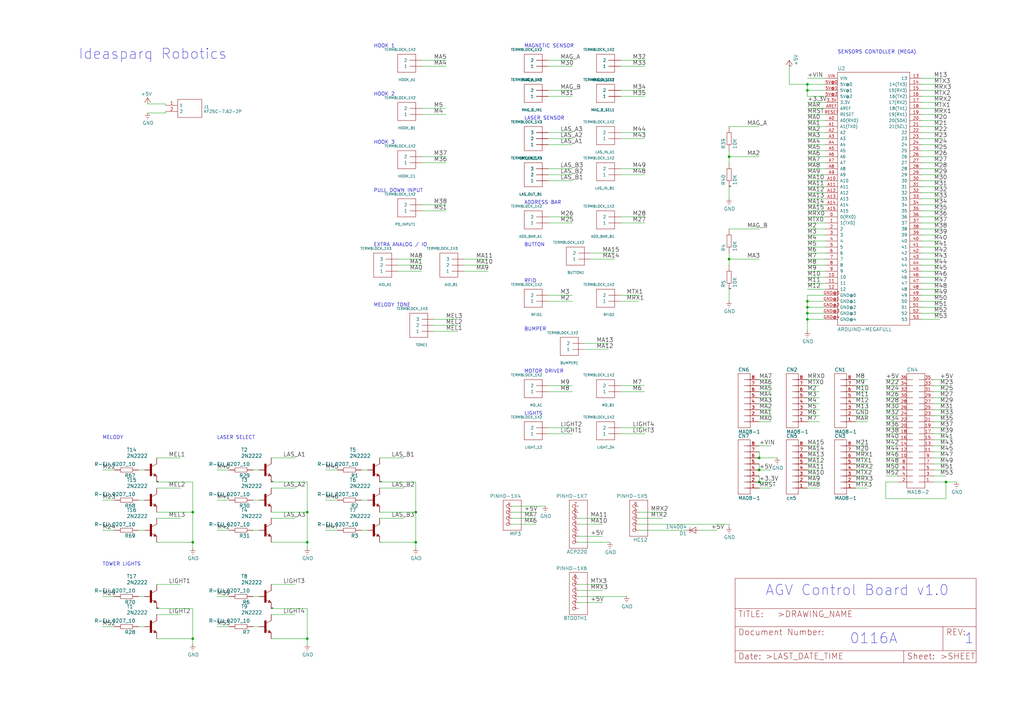
<source format=kicad_sch>
(kicad_sch (version 20250114) (generator "eeschema") (generator_version "9.0")
  (paper "User" 431.673 300.558)
  (text "BUTTON" (at 220.98 104.14 0) (effects (font (size 1.4986 1.4986)) (justify left bottom)))
  (text "BUMPER" (at 220.98 139.7 0) (effects (font (size 1.4986 1.4986)) (justify left bottom)))
  (text "1" (at 406.4 271.78 0) (effects (font (size 4.318 4.318)) (justify left bottom)))
  (text "HOOK 3" (at 157.48 60.96 0) (effects (font (size 1.4986 1.4986)) (justify left bottom)))
  (text "LASER SENSOR" (at 220.98 50.8 0) (effects (font (size 1.4986 1.4986)) (justify left bottom)))
  (text "0116A" (at 358.14 271.78 0) (effects (font (size 4.318 4.318)) (justify left bottom)))
  (text "MELODY" (at 43.18 185.42 0) (effects (font (size 1.4986 1.4986)) (justify left bottom)))
  (text "EXTRA ANALOG / IO" (at 157.48 104.14 0) (effects (font (size 1.4986 1.4986)) (justify left bottom)))
  (text "HOOK 1" (at 157.48 20.32 0) (effects (font (size 1.4986 1.4986)) (justify left bottom)))
  (text "SENSORS CONTOLLER (MEGA)" (at 353.06 22.86 0) (effects (font (size 1.4986 1.4986)) (justify left bottom)))
  (text "LIGHTS" (at 220.98 175.26 0) (effects (font (size 1.4986 1.4986)) (justify left bottom)))
  (text "MELODY TONE" (at 157.48 129.54 0) (effects (font (size 1.4986 1.4986)) (justify left bottom)))
  (text "AGV Control Board v1.0" (at 322.58 251.46 0) (effects (font (size 4.318 4.318)) (justify left bottom)))
  (text "MOTOR DRIVER" (at 220.98 157.48 0) (effects (font (size 1.4986 1.4986)) (justify left bottom)))
  (text "PULL DOWN INPUT" (at 157.48 81.28 0) (effects (font (size 1.4986 1.4986)) (justify left bottom)))
  (text "TOWER LIGHTS" (at 43.18 238.76 0) (effects (font (size 1.4986 1.4986)) (justify left bottom)))
  (text "Ideasparq Robotics" (at 33.02 25.4 0) (effects (font (size 4.318 4.318)) (justify left bottom)))
  (text "MAGNETIC SENSOR" (at 220.98 20.32 0) (effects (font (size 1.4986 1.4986)) (justify left bottom)))
  (text "LASER SELECT" (at 91.44 185.42 0) (effects (font (size 1.4986 1.4986)) (justify left bottom)))
  (text "HOOK 2" (at 157.48 40.64 0) (effects (font (size 1.4986 1.4986)) (justify left bottom)))
  (text "RFID" (at 220.98 119.38 0) (effects (font (size 1.4986 1.4986)) (justify left bottom)))
  (text "ADDRESS BAR" (at 220.98 86.36 0) (effects (font (size 1.4986 1.4986)) (justify left bottom)))
  (junction (at 320.04 203.2))
  (junction (at 340.36 35.56))
  (junction (at 129.54 228.6))
  (junction (at 175.26 215.9))
  (junction (at 307.34 66.04))
  (junction (at 81.28 269.24))
  (junction (at 340.36 129.54))
  (junction (at 81.28 228.6))
  (junction (at 307.34 109.22))
  (junction (at 340.36 134.62))
  (junction (at 129.54 269.24))
  (junction (at 175.26 228.6))
  (junction (at 129.54 215.9))
  (junction (at 320.04 193.04))
  (junction (at 398.78 203.2))
  (junction (at 320.04 198.12))
  (junction (at 81.28 215.9))
  (junction (at 340.36 38.1))
  (junction (at 340.36 127))
  (junction (at 340.36 132.08))
  (wire (pts (xy 373.38 175.26) (xy 378.46 175.26)))
  (wire (pts (xy 177.8 66.04) (xy 187.96 66.04)))
  (wire (pts (xy 261.62 25.4) (xy 271.78 25.4)))
  (wire (pts (xy 66.04 269.24) (xy 81.28 269.24)))
  (wire (pts (xy 388.62 109.22) (xy 396.24 109.22)))
  (wire (pts (xy 388.62 66.04) (xy 396.24 66.04)))
  (wire (pts (xy 114.3 246.38) (xy 124.46 246.38)))
  (wire (pts (xy 340.36 76.2) (xy 347.98 76.2)))
  (wire (pts (xy 393.7 190.5) (xy 398.78 190.5)))
  (wire (pts (xy 320.04 170.18) (xy 325.12 170.18)))
  (wire (pts (xy 320.04 109.22) (xy 307.34 109.22)))
  (wire (pts (xy 261.62 93.98) (xy 271.78 93.98)))
  (wire (pts (xy 388.62 127) (xy 396.24 127)))
  (wire (pts (xy 373.38 182.88) (xy 378.46 182.88)))
  (wire (pts (xy 388.62 93.98) (xy 396.24 93.98)))
  (wire (pts (xy 81.28 215.9) (xy 81.28 228.6)))
  (wire (pts (xy 66.04 256.54) (xy 81.28 256.54)))
  (wire (pts (xy 261.62 127) (xy 269.24 127)))
  (wire (pts (xy 269.24 218.44) (xy 279.4 218.44)))
  (wire (pts (xy 373.38 167.64) (xy 378.46 167.64)))
  (wire (pts (xy 340.36 35.56) (xy 347.98 35.56)))
  (wire (pts (xy 340.36 193.04) (xy 345.44 193.04)))
  (wire (pts (xy 340.36 205.74) (xy 345.44 205.74)))
  (wire (pts (xy 320.04 203.2) (xy 325.12 203.2)))
  (wire (pts (xy 160.02 205.74) (xy 170.18 205.74)))
  (wire (pts (xy 340.36 93.98) (xy 347.98 93.98)))
  (wire (pts (xy 393.7 182.88) (xy 398.78 182.88)))
  (wire (pts (xy 91.44 223.52) (xy 96.52 223.52)))
  (wire (pts (xy 307.34 78.74) (xy 307.34 83.82)))
  (wire (pts (xy 388.62 86.36) (xy 396.24 86.36)))
  (wire (pts (xy 340.36 78.74) (xy 347.98 78.74)))
  (wire (pts (xy 261.62 55.88) (xy 271.78 55.88)))
  (wire (pts (xy 373.38 187.96) (xy 378.46 187.96)))
  (wire (pts (xy 307.34 109.22) (xy 307.34 111.76)))
  (wire (pts (xy 340.36 190.5) (xy 345.44 190.5)))
  (wire (pts (xy 175.26 215.9) (xy 175.26 228.6)))
  (wire (pts (xy 393.7 165.1) (xy 398.78 165.1)))
  (wire (pts (xy 393.7 187.96) (xy 398.78 187.96)))
  (wire (pts (xy 231.14 165.1) (xy 241.3 165.1)))
  (wire (pts (xy 231.14 55.88) (xy 241.3 55.88)))
  (wire (pts (xy 43.18 251.46) (xy 48.26 251.46)))
  (wire (pts (xy 340.36 132.08) (xy 340.36 129.54)))
  (wire (pts (xy 307.34 63.5) (xy 307.34 66.04)))
  (wire (pts (xy 360.68 162.56) (xy 365.76 162.56)))
  (wire (pts (xy 388.62 33.02) (xy 396.24 33.02)))
  (wire (pts (xy 114.3 256.54) (xy 129.54 256.54)))
  (wire (pts (xy 388.62 101.6) (xy 396.24 101.6)))
  (wire (pts (xy 388.62 83.82) (xy 396.24 83.82)))
  (wire (pts (xy 340.36 111.76) (xy 347.98 111.76)))
  (wire (pts (xy 58.42 251.46) (xy 60.96 251.46)))
  (wire (pts (xy 360.68 193.04) (xy 365.76 193.04)))
  (wire (pts (xy 340.36 114.3) (xy 347.98 114.3)))
  (wire (pts (xy 177.8 48.26) (xy 187.96 48.26)))
  (wire (pts (xy 340.36 160.02) (xy 345.44 160.02)))
  (wire (pts (xy 231.14 93.98) (xy 241.3 93.98)))
  (wire (pts (xy 340.36 116.84) (xy 347.98 116.84)))
  (wire (pts (xy 360.68 190.5) (xy 365.76 190.5)))
  (wire (pts (xy 167.64 111.76) (xy 177.8 111.76)))
  (wire (pts (xy 340.36 162.56) (xy 345.44 162.56)))
  (wire (pts (xy 307.34 53.34) (xy 320.04 53.34)))
  (wire (pts (xy 231.14 25.4) (xy 241.3 25.4)))
  (wire (pts (xy 69.85 43.815) (xy 69.85 44.45)))
  (wire (pts (xy 360.68 187.96) (xy 365.76 187.96)))
  (wire (pts (xy 129.54 256.54) (xy 129.54 269.24)))
  (wire (pts (xy 373.38 162.56) (xy 378.46 162.56)))
  (wire (pts (xy 66.04 193.04) (xy 76.2 193.04)))
  (wire (pts (xy 294.64 223.52) (xy 302.26 223.52)))
  (wire (pts (xy 261.62 180.34) (xy 271.78 180.34)))
  (wire (pts (xy 43.18 264.16) (xy 48.26 264.16)))
  (wire (pts (xy 231.14 27.94) (xy 241.3 27.94)))
  (wire (pts (xy 81.28 228.6) (xy 81.28 231.14)))
  (wire (pts (xy 373.38 193.04) (xy 378.46 193.04)))
  (wire (pts (xy 320.04 167.64) (xy 325.12 167.64)))
  (wire (pts (xy 114.3 215.9) (xy 129.54 215.9)))
  (wire (pts (xy 373.38 165.1) (xy 378.46 165.1)))
  (wire (pts (xy 360.68 167.64) (xy 365.76 167.64)))
  (wire (pts (xy 340.36 73.66) (xy 347.98 73.66)))
  (wire (pts (xy 106.68 223.52) (xy 109.22 223.52)))
  (wire (pts (xy 340.36 99.06) (xy 347.98 99.06)))
  (wire (pts (xy 246.38 144.78) (xy 256.54 144.78)))
  (wire (pts (xy 175.26 228.6) (xy 175.26 231.14)))
  (wire (pts (xy 340.36 55.88) (xy 347.98 55.88)))
  (wire (pts (xy 388.62 129.54) (xy 396.24 129.54)))
  (wire (pts (xy 340.36 187.96) (xy 345.44 187.96)))
  (wire (pts (xy 388.62 55.88) (xy 396.24 55.88)))
  (wire (pts (xy 340.36 195.58) (xy 345.44 195.58)))
  (wire (pts (xy 388.62 43.18) (xy 396.24 43.18)))
  (wire (pts (xy 231.14 38.1) (xy 241.3 38.1)))
  (wire (pts (xy 66.04 205.74) (xy 76.2 205.74)))
  (wire (pts (xy 177.8 25.4) (xy 187.96 25.4)))
  (wire (pts (xy 340.36 38.1) (xy 347.98 38.1)))
  (wire (pts (xy 320.04 193.04) (xy 327.66 193.04)))
  (wire (pts (xy 360.68 170.18) (xy 365.76 170.18)))
  (wire (pts (xy 393.7 185.42) (xy 398.78 185.42)))
  (wire (pts (xy 388.62 91.44) (xy 396.24 91.44)))
  (wire (pts (xy 106.68 210.82) (xy 109.22 210.82)))
  (wire (pts (xy 114.3 203.2) (xy 129.54 203.2)))
  (wire (pts (xy 215.9 220.98) (xy 226.06 220.98)))
  (wire (pts (xy 340.36 40.64) (xy 340.36 38.1)))
  (wire (pts (xy 388.62 106.68) (xy 396.24 106.68)))
  (wire (pts (xy 129.54 215.9) (xy 129.54 228.6)))
  (wire (pts (xy 360.68 198.12) (xy 365.76 198.12)))
  (wire (pts (xy 320.04 175.26) (xy 325.12 175.26)))
  (wire (pts (xy 231.14 180.34) (xy 241.3 180.34)))
  (wire (pts (xy 388.62 63.5) (xy 396.24 63.5)))
  (wire (pts (xy 106.68 264.16) (xy 109.22 264.16)))
  (wire (pts (xy 66.04 203.2) (xy 81.28 203.2)))
  (wire (pts (xy 152.4 198.12) (xy 154.94 198.12)))
  (wire (pts (xy 243.84 226.06) (xy 254 226.06)))
  (wire (pts (xy 66.04 218.44) (xy 76.2 218.44)))
  (wire (pts (xy 360.68 175.26) (xy 365.76 175.26)))
  (wire (pts (xy 388.62 50.8) (xy 396.24 50.8)))
  (wire (pts (xy 373.38 185.42) (xy 378.46 185.42)))
  (wire (pts (xy 360.68 200.66) (xy 365.76 200.66)))
  (wire (pts (xy 393.7 162.56) (xy 398.78 162.56)))
  (wire (pts (xy 393.7 193.04) (xy 398.78 193.04)))
  (wire (pts (xy 167.64 114.3) (xy 177.8 114.3)))
  (wire (pts (xy 320.04 177.8) (xy 325.12 177.8)))
  (wire (pts (xy 66.04 246.38) (xy 76.2 246.38)))
  (wire (pts (xy 231.14 58.42) (xy 241.3 58.42)))
  (wire (pts (xy 340.36 132.08) (xy 347.98 132.08)))
  (wire (pts (xy 177.8 68.58) (xy 187.96 68.58)))
  (wire (pts (xy 340.36 127) (xy 347.98 127)))
  (wire (pts (xy 393.7 200.66) (xy 398.78 200.66)))
  (wire (pts (xy 393.7 203.2) (xy 398.78 203.2)))
  (wire (pts (xy 320.04 195.58) (xy 320.04 198.12)))
  (wire (pts (xy 360.68 172.72) (xy 365.76 172.72)))
  (wire (pts (xy 393.7 167.64) (xy 398.78 167.64)))
  (wire (pts (xy 106.68 198.12) (xy 109.22 198.12)))
  (wire (pts (xy 373.38 172.72) (xy 378.46 172.72)))
  (wire (pts (xy 246.38 147.32) (xy 256.54 147.32)))
  (wire (pts (xy 182.88 134.62) (xy 193.04 134.62)))
  (wire (pts (xy 307.34 106.68) (xy 307.34 109.22)))
  (wire (pts (xy 373.38 160.02) (xy 378.46 160.02)))
  (wire (pts (xy 340.36 172.72) (xy 345.44 172.72)))
  (wire (pts (xy 320.04 66.04) (xy 307.34 66.04)))
  (wire (pts (xy 340.36 91.44) (xy 347.98 91.44)))
  (wire (pts (xy 320.04 187.96) (xy 325.12 187.96)))
  (wire (pts (xy 160.02 228.6) (xy 175.26 228.6)))
  (wire (pts (xy 393.7 177.8) (xy 398.78 177.8)))
  (wire (pts (xy 231.14 73.66) (xy 241.3 73.66)))
  (wire (pts (xy 340.36 88.9) (xy 347.98 88.9)))
  (wire (pts (xy 231.14 124.46) (xy 241.3 124.46)))
  (wire (pts (xy 320.04 205.74) (xy 325.12 205.74)))
  (wire (pts (xy 373.38 203.2) (xy 373.38 210.185)))
  (wire (pts (xy 340.36 60.96) (xy 347.98 60.96)))
  (wire (pts (xy 388.62 48.26) (xy 396.24 48.26)))
  (wire (pts (xy 177.8 88.9) (xy 187.96 88.9)))
  (wire (pts (xy 66.04 228.6) (xy 81.28 228.6)))
  (wire (pts (xy 231.14 60.96) (xy 241.3 60.96)))
  (wire (pts (xy 261.62 58.42) (xy 271.78 58.42)))
  (wire (pts (xy 388.62 73.66) (xy 396.24 73.66)))
  (wire (pts (xy 388.62 45.72) (xy 396.24 45.72)))
  (wire (pts (xy 243.84 248.92) (xy 254 248.92)))
  (wire (pts (xy 261.62 40.64) (xy 271.78 40.64)))
  (wire (pts (xy 307.34 66.04) (xy 307.34 68.58)))
  (wire (pts (xy 269.24 220.98) (xy 307.34 220.98)))
  (wire (pts (xy 137.16 223.52) (xy 142.24 223.52)))
  (wire (pts (xy 58.42 210.82) (xy 60.96 210.82)))
  (wire (pts (xy 340.36 165.1) (xy 345.44 165.1)))
  (wire (pts (xy 261.62 73.66) (xy 271.78 73.66)))
  (wire (pts (xy 215.9 215.9) (xy 226.06 215.9)))
  (wire (pts (xy 91.44 251.46) (xy 96.52 251.46)))
  (wire (pts (xy 340.36 86.36) (xy 347.98 86.36)))
  (wire (pts (xy 231.14 127) (xy 241.3 127)))
  (wire (pts (xy 114.3 269.24) (xy 129.54 269.24)))
  (wire (pts (xy 91.44 264.16) (xy 96.52 264.16)))
  (wire (pts (xy 261.62 27.94) (xy 271.78 27.94)))
  (wire (pts (xy 261.62 124.46) (xy 269.24 124.46)))
  (wire (pts (xy 340.36 58.42) (xy 347.98 58.42)))
  (wire (pts (xy 393.7 160.02) (xy 398.78 160.02)))
  (wire (pts (xy 215.9 218.44) (xy 226.06 218.44)))
  (wire (pts (xy 393.7 172.72) (xy 398.78 172.72)))
  (wire (pts (xy 137.16 210.82) (xy 142.24 210.82)))
  (wire (pts (xy 195.58 109.22) (xy 205.74 109.22)))
  (wire (pts (xy 373.38 210.185) (xy 398.78 210.185)))
  (wire (pts (xy 320.04 198.12) (xy 325.12 198.12)))
  (wire (pts (xy 340.36 33.02) (xy 347.98 33.02)))
  (wire (pts (xy 62.23 47.625) (xy 69.85 47.625)))
  (wire (pts (xy 388.62 58.42) (xy 396.24 58.42)))
  (wire (pts (xy 320.04 172.72) (xy 325.12 172.72)))
  (wire (pts (xy 388.62 35.56) (xy 396.24 35.56)))
  (wire (pts (xy 182.88 139.7) (xy 193.04 139.7)))
  (wire (pts (xy 332.74 35.56) (xy 340.36 35.56)))
  (wire (pts (xy 43.18 198.12) (xy 48.26 198.12)))
  (wire (pts (xy 195.58 114.3) (xy 205.74 114.3)))
  (wire (pts (xy 106.68 251.46) (xy 109.22 251.46)))
  (wire (pts (xy 182.88 137.16) (xy 193.04 137.16)))
  (wire (pts (xy 340.36 139.7) (xy 340.36 134.62)))
  (wire (pts (xy 261.62 162.56) (xy 271.78 162.56)))
  (wire (pts (xy 231.14 76.2) (xy 241.3 76.2)))
  (wire (pts (xy 320.04 200.66) (xy 320.04 203.2)))
  (wire (pts (xy 360.68 160.02) (xy 365.76 160.02)))
  (wire (pts (xy 340.36 50.8) (xy 347.98 50.8)))
  (wire (pts (xy 393.7 175.26) (xy 398.78 175.26)))
  (wire (pts (xy 340.36 167.64) (xy 345.44 167.64)))
  (wire (pts (xy 388.62 132.08) (xy 396.24 132.08)))
  (wire (pts (xy 231.14 40.64) (xy 241.3 40.64)))
  (wire (pts (xy 340.36 129.54) (xy 347.98 129.54)))
  (wire (pts (xy 66.04 259.08) (xy 76.2 259.08)))
  (wire (pts (xy 340.36 40.64) (xy 347.98 40.64)))
  (wire (pts (xy 66.04 215.9) (xy 81.28 215.9)))
  (wire (pts (xy 243.84 254) (xy 254 254)))
  (wire (pts (xy 160.02 193.04) (xy 170.18 193.04)))
  (wire (pts (xy 69.85 47.625) (xy 69.85 46.99)))
  (wire (pts (xy 320.04 162.56) (xy 325.12 162.56)))
  (wire (pts (xy 393.7 170.18) (xy 398.78 170.18)))
  (wire (pts (xy 340.36 63.5) (xy 347.98 63.5)))
  (wire (pts (xy 160.02 203.2) (xy 175.26 203.2)))
  (wire (pts (xy 340.36 127) (xy 340.36 124.46)))
  (wire (pts (xy 360.68 195.58) (xy 365.76 195.58)))
  (wire (pts (xy 320.04 190.5) (xy 320.04 193.04)))
  (wire (pts (xy 388.62 99.06) (xy 396.24 99.06)))
  (wire (pts (xy 340.36 38.1) (xy 340.36 35.56)))
  (wire (pts (xy 248.92 109.22) (xy 259.08 109.22)))
  (wire (pts (xy 340.36 177.8) (xy 345.44 177.8)))
  (wire (pts (xy 114.3 218.44) (xy 124.46 218.44)))
  (wire (pts (xy 177.8 86.36) (xy 187.96 86.36)))
  (wire (pts (xy 388.62 40.64) (xy 396.24 40.64)))
  (wire (pts (xy 167.64 109.22) (xy 177.8 109.22)))
  (wire (pts (xy 360.68 203.2) (xy 365.76 203.2)))
  (wire (pts (xy 340.36 66.04) (xy 347.98 66.04)))
  (wire (pts (xy 340.36 71.12) (xy 347.98 71.12)))
  (wire (pts (xy 243.84 246.38) (xy 254 246.38)))
  (wire (pts (xy 388.62 60.96) (xy 396.24 60.96)))
  (wire (pts (xy 320.04 160.02) (xy 325.12 160.02)))
  (wire (pts (xy 340.36 104.14) (xy 347.98 104.14)))
  (wire (pts (xy 114.3 259.08) (xy 124.46 259.08)))
  (wire (pts (xy 360.68 205.74) (xy 365.76 205.74)))
  (wire (pts (xy 360.68 165.1) (xy 365.76 165.1)))
  (wire (pts (xy 215.9 213.36) (xy 229.87 213.36)))
  (wire (pts (xy 388.62 53.34) (xy 396.24 53.34)))
  (wire (pts (xy 340.36 83.82) (xy 347.98 83.82)))
  (wire (pts (xy 177.8 27.94) (xy 187.96 27.94)))
  (wire (pts (xy 248.92 106.68) (xy 259.08 106.68)))
  (wire (pts (xy 129.54 269.24) (xy 129.54 271.78)))
  (wire (pts (xy 340.36 81.28) (xy 347.98 81.28)))
  (wire (pts (xy 307.34 96.52) (xy 320.04 96.52)))
  (wire (pts (xy 340.36 96.52) (xy 347.98 96.52)))
  (wire (pts (xy 243.84 220.98) (xy 254 220.98)))
  (wire (pts (xy 137.16 198.12) (xy 142.24 198.12)))
  (wire (pts (xy 43.18 223.52) (xy 48.26 223.52)))
  (wire (pts (xy 340.36 119.38) (xy 347.98 119.38)))
  (wire (pts (xy 340.36 200.66) (xy 345.44 200.66)))
  (wire (pts (xy 320.04 165.1) (xy 325.12 165.1)))
  (wire (pts (xy 340.36 134.62) (xy 347.98 134.62)))
  (wire (pts (xy 269.24 215.9) (xy 279.4 215.9)))
  (wire (pts (xy 243.84 218.44) (xy 254 218.44)))
  (wire (pts (xy 43.18 210.82) (xy 48.26 210.82)))
  (wire (pts (xy 340.36 121.92) (xy 347.98 121.92)))
  (wire (pts (xy 261.62 165.1) (xy 271.78 165.1)))
  (wire (pts (xy 388.62 81.28) (xy 396.24 81.28)))
  (wire (pts (xy 388.62 76.2) (xy 396.24 76.2)))
  (wire (pts (xy 129.54 228.6) (xy 129.54 231.14)))
  (wire (pts (xy 195.58 111.76) (xy 205.74 111.76)))
  (wire (pts (xy 373.38 203.2) (xy 378.46 203.2)))
  (wire (pts (xy 81.28 269.24) (xy 81.28 271.78)))
  (wire (pts (xy 340.36 124.46) (xy 347.98 124.46)))
  (wire (pts (xy 393.7 180.34) (xy 398.78 180.34)))
  (wire (pts (xy 81.28 203.2) (xy 81.28 215.9)))
  (wire (pts (xy 91.44 198.12) (xy 96.52 198.12)))
  (wire (pts (xy 340.36 109.22) (xy 347.98 109.22)))
  (wire (pts (xy 388.62 78.74) (xy 396.24 78.74)))
  (wire (pts (xy 231.14 91.44) (xy 241.3 91.44)))
  (wire (pts (xy 81.28 256.54) (xy 81.28 269.24)))
  (wire (pts (xy 114.3 205.74) (xy 124.46 205.74)))
  (wire (pts (xy 152.4 223.52) (xy 154.94 223.52)))
  (wire (pts (xy 373.38 200.66) (xy 378.46 200.66)))
  (wire (pts (xy 388.62 111.76) (xy 396.24 111.76)))
  (wire (pts (xy 231.14 71.12) (xy 241.3 71.12)))
  (wire (pts (xy 114.3 228.6) (xy 129.54 228.6)))
  (wire (pts (xy 114.3 193.04) (xy 124.46 193.04)))
  (wire (pts (xy 340.36 48.26) (xy 347.98 48.26)))
  (wire (pts (xy 388.62 104.14) (xy 396.24 104.14)))
  (wire (pts (xy 261.62 91.44) (xy 271.78 91.44)))
  (wire (pts (xy 340.36 106.68) (xy 347.98 106.68)))
  (wire (pts (xy 360.68 177.8) (xy 365.76 177.8)))
  (wire (pts (xy 269.24 223.52) (xy 289.56 223.52)))
  (wire (pts (xy 388.62 114.3) (xy 396.24 114.3)))
  (wire (pts (xy 373.38 177.8) (xy 378.46 177.8)))
  (wire (pts (xy 152.4 210.82) (xy 154.94 210.82)))
  (wire (pts (xy 58.42 223.52) (xy 60.96 223.52)))
  (wire (pts (xy 307.34 220.98) (xy 307.34 222.25)))
  (wire (pts (xy 160.02 215.9) (xy 175.26 215.9)))
  (wire (pts (xy 231.14 182.88) (xy 241.3 182.88)))
  (wire (pts (xy 340.36 198.12) (xy 345.44 198.12)))
  (wire (pts (xy 340.36 43.18) (xy 347.98 43.18)))
  (wire (pts (xy 340.36 101.6) (xy 347.98 101.6)))
  (wire (pts (xy 231.14 162.56) (xy 241.3 162.56)))
  (wire (pts (xy 58.42 264.16) (xy 60.96 264.16)))
  (wire (pts (xy 388.62 71.12) (xy 396.24 71.12)))
  (wire (pts (xy 243.84 228.6) (xy 257.175 228.6)))
  (wire (pts (xy 393.7 195.58) (xy 398.78 195.58)))
  (wire (pts (xy 340.36 45.72) (xy 347.98 45.72)))
  (wire (pts (xy 388.62 38.1) (xy 396.24 38.1)))
  (wire (pts (xy 175.26 203.2) (xy 175.26 215.9)))
  (wire (pts (xy 373.38 198.12) (xy 378.46 198.12)))
  (wire (pts (xy 261.62 71.12) (xy 271.78 71.12)))
  (wire (pts (xy 340.36 175.26) (xy 345.44 175.26)))
  (wire (pts (xy 261.62 182.88) (xy 271.78 182.88)))
  (wire (pts (xy 160.02 218.44) (xy 170.18 218.44)))
  (wire (pts (xy 393.7 198.12) (xy 398.78 198.12)))
  (wire (pts (xy 340.36 203.2) (xy 345.44 203.2)))
  (wire (pts (xy 340.36 170.18) (xy 345.44 170.18)))
  (wire (pts (xy 398.78 210.185) (xy 398.78 203.2)))
  (wire (pts (xy 373.38 180.34) (xy 378.46 180.34)))
  (wire (pts (xy 373.38 170.18) (xy 378.46 170.18)))
  (wire (pts (xy 129.54 203.2) (xy 129.54 215.9)))
  (wire (pts (xy 388.62 119.38) (xy 396.24 119.38)))
  (wire (pts (xy 388.62 121.92) (xy 396.24 121.92)))
  (wire (pts (xy 388.62 134.62) (xy 396.24 134.62)))
  (wire (pts (xy 332.74 27.94) (xy 332.74 35.56)))
  (wire (pts (xy 243.84 251.46) (xy 264.16 251.46)))
  (wire (pts (xy 177.8 45.72) (xy 187.96 45.72)))
  (wire (pts (xy 398.78 203.2) (xy 403.225 203.2)))
  (wire (pts (xy 62.23 43.815) (xy 69.85 43.815)))
  (wire (pts (xy 388.62 116.84) (xy 396.24 116.84)))
  (wire (pts (xy 58.42 198.12) (xy 60.96 198.12)))
  (wire (pts (xy 388.62 68.58) (xy 396.24 68.58)))
  (wire (pts (xy 373.38 190.5) (xy 378.46 190.5)))
  (wire (pts (xy 340.36 129.54) (xy 340.36 127)))
  (wire (pts (xy 388.62 88.9) (xy 396.24 88.9)))
  (wire (pts (xy 340.36 53.34) (xy 347.98 53.34)))
  (wire (pts (xy 261.62 38.1) (xy 271.78 38.1)))
  (wire (pts (xy 340.36 68.58) (xy 347.98 68.58)))
  (wire (pts (xy 340.36 134.62) (xy 340.36 132.08)))
  (wire (pts (xy 373.38 195.58) (xy 378.46 195.58)))
  (wire (pts (xy 388.62 96.52) (xy 396.24 96.52)))
  (wire (pts (xy 388.62 124.46) (xy 396.24 124.46)))
  (wire (pts (xy 91.44 210.82) (xy 96.52 210.82)))
  (wire (pts (xy 307.34 121.92) (xy 307.34 127)))
  (label "MTX2" (at 274.32 218.44 0) (effects (font (size 1.778 1.778))))
  (label "LIGHT3" (at 119.38 246.38 0) (effects (font (size 1.778 1.778))))
  (label "MTX0" (at 340.36 162.56 0) (effects (font (size 1.778 1.778))))
  (label "M40" (at 373.38 185.42 0) (effects (font (size 1.778 1.778))))
  (label "MA11" (at 340.36 78.74 0) (effects (font (size 1.778 1.778))))
  (label "MA3" (at 340.36 58.42 0) (effects (font (size 1.778 1.778))))
  (label "M26" (at 373.38 167.64 0) (effects (font (size 1.778 1.778))))
  (label "GND" (at 307.34 78.74 0) (effects (font (size 0.254 0.254))))
  (label "MA13" (at 251.46 144.78 0) (effects (font (size 1.778 1.778))))
  (label "M38" (at 373.38 182.88 0) (effects (font (size 1.778 1.778))))
  (label "MTX3" (at 360.68 205.74 0) (effects (font (size 1.778 1.778))))
  (label "M39" (at 393.7 99.06 0) (effects (font (size 1.778 1.778))))
  (label "GND" (at 307.34 121.92 0) (effects (font (size 0.254 0.254))))
  (label "MA6" (at 320.04 162.56 0) (effects (font (size 1.778 1.778))))
  (label "M45" (at 137.16 198.12 0) (effects (font (size 1.778 1.778))))
  (label "M35" (at 393.7 88.9 0) (effects (font (size 1.778 1.778))))
  (label "MA12" (at 340.36 81.28 0) (effects (font (size 1.778 1.778))))
  (label "M49" (at 266.7 71.12 0) (effects (font (size 1.778 1.778))))
  (label "MA7" (at 320.04 160.02 0) (effects (font (size 1.778 1.778))))
  (label "M44" (at 266.7 55.88 0) (effects (font (size 1.778 1.778))))
  (label "MA5" (at 340.36 63.5 0) (effects (font (size 1.778 1.778))))
  (label "M28" (at 373.38 170.18 0) (effects (font (size 1.778 1.778))))
  (label "M34" (at 266.7 38.1 0) (effects (font (size 1.778 1.778))))
  (label "LAS_B3" (at 236.22 71.12 0) (effects (font (size 1.778 1.778))))
  (label "M26" (at 236.22 91.44 0) (effects (font (size 1.778 1.778))))
  (label "M13" (at 393.7 33.02 0) (effects (font (size 1.778 1.778))))
  (label "M5" (at 340.36 172.72 0) (effects (font (size 1.778 1.778))))
  (label "MA5" (at 320.04 165.1 0) (effects (font (size 1.778 1.778))))
  (label "M23" (at 393.7 58.42 0) (effects (font (size 1.778 1.778))))
  (label "M25" (at 393.7 63.5 0) (effects (font (size 1.778 1.778))))
  (label "M11" (at 360.68 167.64 0) (effects (font (size 1.778 1.778))))
  (label "M8" (at 360.68 160.02 0) (effects (font (size 1.778 1.778))))
  (label "M33" (at 393.7 83.82 0) (effects (font (size 1.778 1.778))))
  (label "MAG_A" (at 236.22 25.4 0) (effects (font (size 1.778 1.778))))
  (label "M7" (at 266.7 162.56 0) (effects (font (size 1.778 1.778))))
  (label "MTX3" (at 248.92 246.38 0) (effects (font (size 1.778 1.778))))
  (label "M27" (at 396.24 167.64 0) (effects (font (size 1.778 1.778))))
  (label "MRX0" (at 340.36 160.02 0) (effects (font (size 1.778 1.778))))
  (label "M37" (at 393.7 93.98 0) (effects (font (size 1.778 1.778))))
  (label "MEL1" (at 71.12 193.04 0) (effects (font (size 1.778 1.778))))
  (label "M52" (at 393.7 132.08 0) (effects (font (size 1.778 1.778))))
  (label "M49" (at 393.7 124.46 0) (effects (font (size 1.778 1.778))))
  (label "MEL3" (at 187.96 134.62 0) (effects (font (size 1.778 1.778))))
  (label "MA7" (at 340.36 68.58 0) (effects (font (size 1.778 1.778))))
  (label "M40" (at 393.7 101.6 0) (effects (font (size 1.778 1.778))))
  (label "MA8" (at 172.72 109.22 0) (effects (font (size 1.778 1.778))))
  (label "M2" (at 340.36 96.52 0) (effects (font (size 1.778 1.778))))
  (label "LAS_A3" (at 119.38 218.44 0) (effects (font (size 1.778 1.778))))
  (label "M22" (at 43.18 198.12 0) (effects (font (size 1.778 1.778))))
  (label "LAS_A1" (at 236.22 60.96 0) (effects (font (size 1.778 1.778))))
  (label "LIGHT4" (at 119.38 259.08 0) (effects (font (size 1.778 1.778))))
  (label "M47" (at 393.7 119.38 0) (effects (font (size 1.778 1.778))))
  (label "MRX2" (at 393.7 43.18 0) (effects (font (size 1.778 1.778))))
  (label "M6" (at 266.7 165.1 0) (effects (font (size 1.778 1.778))))
  (label "MA15" (at 340.36 88.9 0) (effects (font (size 1.778 1.778))))
  (label "M4" (at 340.36 170.18 0) (effects (font (size 1.778 1.778))))
  (label "M33" (at 396.24 175.26 0) (effects (font (size 1.778 1.778))))
  (label "M28" (at 266.7 91.44 0) (effects (font (size 1.778 1.778))))
  (label "M46" (at 373.38 193.04 0) (effects (font (size 1.778 1.778))))
  (label "M12" (at 340.36 121.92 0) (effects (font (size 1.778 1.778))))
  (label "GND" (at 66.04 203.2 0) (effects (font (size 0.254 0.254))))
  (label "M43" (at 393.7 109.22 0) (effects (font (size 1.778 1.778))))
  (label "M3" (at 236.22 124.46 0) (effects (font (size 1.778 1.778))))
  (label "M12" (at 360.68 170.18 0) (effects (font (size 1.778 1.778))))
  (label "MRX2" (at 360.68 198.12 0) (effects (font (size 1.778 1.778))))
  (label "M51" (at 393.7 129.54 0) (effects (font (size 1.778 1.778))))
  (label "LAS_A2" (at 236.22 58.42 0) (effects (font (size 1.778 1.778))))
  (label "M38" (at 182.88 86.36 0) (effects (font (size 1.778 1.778))))
  (label "MAG_A" (at 314.96 53.34 0) (effects (font (size 1.778 1.778))))
  (label "M9" (at 360.68 162.56 0) (effects (font (size 1.778 1.778))))
  (label "MA10" (at 248.92 220.98 0) (effects (font (size 1.778 1.778))))
  (label "+5V" (at 373.38 160.02 0) (effects (font (size 1.778 1.778))))
  (label "M46" (at 393.7 116.84 0) (effects (font (size 1.778 1.778))))
  (label "MA14" (at 340.36 86.36 0) (effects (font (size 1.778 1.778))))
  (label "MA15" (at 340.36 187.96 0) (effects (font (size 1.778 1.778))))
  (label "MA12" (at 340.36 195.58 0) (effects (font (size 1.778 1.778))))
  (label "M35" (at 266.7 40.64 0) (effects (font (size 1.778 1.778))))
  (label "GND" (at 160.02 203.2 0) (effects (font (size 0.254 0.254))))
  (label "MTX2" (at 393.7 40.64 0) (effects (font (size 1.778 1.778))))
  (label "MA0" (at 320.04 177.8 0) (effects (font (size 1.778 1.778))))
  (label "M31" (at 396.24 172.72 0) (effects (font (size 1.778 1.778))))
  (label "MA6" (at 220.98 220.98 0) (effects (font (size 1.778 1.778))))
  (label "MA2" (at 314.96 66.04 0) (effects (font (size 1.778 1.778))))
  (label "MEL2" (at 187.96 137.16 0) (effects (font (size 1.778 1.778))))
  (label "MAG_B" (at 314.96 96.52 0) (effects (font (size 1.778 1.778))))
  (label "M5" (at 182.88 45.72 0) (effects (font (size 1.778 1.778))))
  (label "M53" (at 393.7 134.62 0) (effects (font (size 1.778 1.778))))
  (label "MRST" (at 340.36 48.26 0) (effects (font (size 1.778 1.778))))
  (label "M37" (at 396.24 180.34 0) (effects (font (size 1.778 1.778))))
  (label "M41" (at 91.44 210.82 0) (effects (font (size 1.778 1.778))))
  (label "LAS_B1" (at 236.22 76.2 0) (effects (font (size 1.778 1.778))))
  (label "M41" (at 396.24 185.42 0) (effects (font (size 1.778 1.778))))
  (label "M28" (at 393.7 71.12 0) (effects (font (size 1.778 1.778))))
  (label "M2" (at 340.36 165.1 0) (effects (font (size 1.778 1.778))))
  (label "LAS_B3" (at 165.1 218.44 0) (effects (font (size 1.778 1.778))))
  (label "M51" (at 182.88 88.9 0) (effects (font (size 1.778 1.778))))
  (label "MAR" (at 360.68 177.8 0) (effects (font (size 1.778 1.778))))
  (label "M23" (at 43.18 210.82 0) (effects (font (size 1.778 1.778))))
  (label "M23" (at 396.24 162.56 0) (effects (font (size 1.778 1.778))))
  (label "M36" (at 373.38 180.34 0) (effects (font (size 1.778 1.778))))
  (label "MA5" (at 182.88 25.4 0) (effects (font (size 1.778 1.778))))
  (label "MA10" (at 340.36 76.2 0) (effects (font (size 1.778 1.778))))
  (label "M47" (at 396.24 193.04 0) (effects (font (size 1.778 1.778))))
  (label "MA6" (at 340.36 66.04 0) (effects (font (size 1.778 1.778))))
  (label "MA4" (at 320.04 167.64 0) (effects (font (size 1.778 1.778))))
  (label "M2" (at 236.22 127 0) (effects (font (size 1.778 1.778))))
  (label "M31" (at 236.22 40.64 0) (effects (font (size 1.778 1.778))))
  (label "M48" (at 266.7 73.66 0) (effects (font (size 1.778 1.778))))
  (label "M4" (at 340.36 101.6 0) (effects (font (size 1.778 1.778))))
  (label "M9" (at 340.36 114.3 0) (effects (font (size 1.778 1.778))))
  (label "M53" (at 396.24 200.66 0) (effects (font (size 1.778 1.778))))
  (label "MA7" (at 220.98 218.44 0) (effects (font (size 1.778 1.778))))
  (label "M7" (at 340.36 109.22 0) (effects (font (size 1.778 1.778))))
  (label "GND" (at 360.68 175.26 0) (effects (font (size 1.778 1.778))))
  (label "M20" (at 360.68 190.5 0) (effects (font (size 1.778 1.778))))
  (label "M44" (at 373.38 190.5 0) (effects (font (size 1.778 1.778))))
  (label "MTX1" (at 393.7 45.72 0) (effects (font (size 1.778 1.778))))
  (label "+5V" (at 248.92 226.06 0) (effects (font (size 1.778 1.778))))
  (label "MA11" (at 340.36 198.12 0) (effects (font (size 1.778 1.778))))
  (label "M4" (at 182.88 48.26 0) (effects (font (size 1.778 1.778))))
  (label "M29" (at 393.7 73.66 0) (effects (font (size 1.778 1.778))))
  (label "MA4" (at 182.88 27.94 0) (effects (font (size 1.778 1.778))))
  (label "MA4" (at 340.36 60.96 0) (effects (font (size 1.778 1.778))))
  (label "MRX1" (at 264.16 127 0) (effects (font (size 1.778 1.778))))
  (label "+5V" (at 220.98 215.9 0) (effects (font (size 1.778 1.778))))
  (label "MRX1" (at 393.7 48.26 0) (effects (font (size 1.778 1.778))))
  (label "LAS_A3" (at 236.22 55.88 0) (effects (font (size 1.778 1.778))))
  (label "M52" (at 373.38 200.66 0) (effects (font (size 1.778 1.778))))
  (label "MA10" (at 200.66 111.76 0) (effects (font (size 1.778 1.778))))
  (label "M51" (at 396.24 198.12 0) (effects (font (size 1.778 1.778))))
  (label "MA1" (at 172.72 111.76 0) (effects (font (size 1.778 1.778))))
  (label "M32" (at 373.38 175.26 0) (effects (font (size 1.778 1.778))))
  (label "M26" (at 393.7 66.04 0) (effects (font (size 1.778 1.778))))
  (label "M37" (at 182.88 66.04 0) (effects (font (size 1.778 1.778))))
  (label "M30" (at 393.7 76.2 0) (effects (font (size 1.778 1.778))))
  (label "M29" (at 43.18 251.46 0) (effects (font (size 1.778 1.778))))
  (label "MEL1" (at 187.96 139.7 0) (effects (font (size 1.778 1.778))))
  (label "MA15" (at 254 106.68 0) (effects (font (size 1.778 1.778))))
  (label "M44" (at 393.7 111.76 0) (effects (font (size 1.778 1.778))))
  (label "MAG_B" (at 236.22 38.1 0) (effects (font (size 1.778 1.778))))
  (label "M8" (at 236.22 165.1 0) (effects (font (size 1.778 1.778))))
  (label "MA8" (at 340.36 71.12 0) (effects (font (size 1.778 1.778))))
  (label "MTX2" (at 360.68 200.66 0) (effects (font (size 1.778 1.778))))
  (label "M10" (at 360.68 165.1 0) (effects (font (size 1.778 1.778))))
  (label "MA1" (at 320.04 175.26 0) (effects (font (size 1.778 1.778))))
  (label "M45" (at 396.24 190.5 0) (effects (font (size 1.778 1.778))))
  (label "M30" (at 236.22 27.94 0) (effects (font (size 1.778 1.778))))
  (label "MA14" (at 340.36 190.5 0) (effects (font (size 1.778 1.778))))
  (label "+5V" (at 299.72 223.52 0) (effects (font (size 1.778 1.778))))
  (label "MA0" (at 172.72 114.3 0) (effects (font (size 1.778 1.778))))
  (label "M50" (at 373.38 198.12 0) (effects (font (size 1.778 1.778))))
  (label "MA1" (at 340.36 53.34 0) (effects (font (size 1.778 1.778))))
  (label "+5V" (at 396.24 160.02 0) (effects (font (size 1.778 1.778))))
  (label "MRX3" (at 360.68 203.2 0) (effects (font (size 1.778 1.778))))
  (label "M40" (at 91.44 198.12 0) (effects (font (size 1.778 1.778))))
  (label "+VIN" (at 320.04 187.96 0) (effects (font (size 1.778 1.778))))
  (label "M38" (at 393.7 96.52 0) (effects (font (size 1.778 1.778))))
  (label "M10" (at 340.36 116.84 0) (effects (font (size 1.778 1.778))))
  (label "M33" (at 266.7 27.94 0) (effects (font (size 1.778 1.778))))
  (label "+5V" (at 320.04 198.12 0) (effects (font (size 1.778 1.778))))
  (label "MA8" (at 340.36 205.74 0) (effects (font (size 1.778 1.778))))
  (label "MA2" (at 320.04 172.72 0) (effects (font (size 1.778 1.778))))
  (label "+VIN" (at 340.36 33.02 0) (effects (font (size 1.778 1.778))))
  (label "MTX1" (at 360.68 195.58 0) (effects (font (size 1.778 1.778))))
  (label "M24" (at 43.18 223.52 0) (effects (font (size 1.778 1.778))))
  (label "M5" (at 340.36 104.14 0) (effects (font (size 1.778 1.778))))
  (label "M39" (at 91.44 251.46 0) (effects (font (size 1.778 1.778))))
  (label "M43" (at 396.24 187.96 0) (effects (font (size 1.778 1.778))))
  (label "MA11" (at 248.92 218.44 0) (effects (font (size 1.778 1.778))))
  (label "M25" (at 236.22 93.98 0) (effects (font (size 1.778 1.778))))
  (label "M48" (at 373.38 195.58 0) (effects (font (size 1.778 1.778))))
  (label "M39" (at 396.24 182.88 0) (effects (font (size 1.778 1.778))))
  (label "M31" (at 393.7 78.74 0) (effects (font (size 1.778 1.778))))
  (label "+5V" (at 332.74 27.94 0) (effects (font (size 0.254 0.254))))
  (label "LIGHT1" (at 236.22 182.88 0) (effects (font (size 1.778 1.778))))
  (label "M53" (at 91.44 264.16 0) (effects (font (size 1.778 1.778))))
  (label "MA0" (at 340.36 50.8 0) (effects (font (size 1.778 1.778))))
  (label "MRST" (at 320.04 205.74 0) (effects (font (size 1.778 1.778))))
  (label "MA2" (at 340.36 55.88 0) (effects (font (size 1.778 1.778))))
  (label "MTX3" (at 393.7 35.56 0) (effects (font (size 1.778 1.778))))
  (label "MA3" (at 314.96 109.22 0) (effects (font (size 1.778 1.778))))
  (label "M36" (at 393.7 91.44 0) (effects (font (size 1.778 1.778))))
  (label "M34" (at 373.38 177.8 0) (effects (font (size 1.778 1.778))))
  (label "M42" (at 91.44 223.52 0) (effects (font (size 1.778 1.778))))
  (label "GND" (at 114.3 203.2 0) (effects (font (size 0.254 0.254))))
  (label "MRX3" (at 248.92 248.92 0) (effects (font (size 1.778 1.778))))
  (label "LAS_A2" (at 119.38 205.74 0) (effects (font (size 1.778 1.778))))
  (label "M20" (at 393.7 50.8 0) (effects (font (size 1.778 1.778))))
  (label "LIGHT1" (at 71.12 246.38 0) (effects (font (size 1.778 1.778))))
  (label "M9" (at 236.22 162.56 0) (effects (font (size 1.778 1.778))))
  (label "LAS_A1" (at 119.38 193.04 0) (effects (font (size 1.778 1.778))))
  (label "M13" (at 360.68 172.72 0) (effects (font (size 1.778 1.778))))
  (label "M50" (at 393.7 127 0) (effects (font (size 1.778 1.778))))
  (label "LIGHT2" (at 71.12 259.08 0) (effects (font (size 1.778 1.778))))
  (label "+5V" (at 248.92 254 0) (effects (font (size 1.778 1.778))))
  (label "MRX2" (at 274.32 215.9 0) (effects (font (size 1.778 1.778))))
  (label "MRX0" (at 340.36 91.44 0) (effects (font (size 1.778 1.778))))
  (label "LIGHT3" (at 266.7 182.88 0) (effects (font (size 1.778 1.778))))
  (label "MA13" (at 340.36 83.82 0) (effects (font (size 1.778 1.778))))
  (label "M45" (at 393.7 114.3 0) (effects (font (size 1.778 1.778))))
  (label "MRX3" (at 393.7 38.1 0) (effects (font (size 1.778 1.778))))
  (label "M52" (at 43.18 264.16 0) (effects (font (size 1.778 1.778))))
  (label "MA14" (at 254 109.22 0) (effects (font (size 1.778 1.778))))
  (label "MEL3" (at 71.12 218.44 0) (effects (font (size 1.778 1.778))))
  (label "MTX0" (at 340.36 93.98 0) (effects (font (size 1.778 1.778))))
  (label "LAS_B1" (at 165.1 193.04 0) (effects (font (size 1.778 1.778))))
  (label "M29" (at 396.24 170.18 0) (effects (font (size 1.778 1.778))))
  (label "MTX1" (at 264.16 124.46 0) (effects (font (size 1.778 1.778))))
  (label "MAR" (at 340.36 45.72 0) (effects (font (size 1.778 1.778))))
  (label "LAS_B2" (at 236.22 73.66 0) (effects (font (size 1.778 1.778))))
  (label "MA13" (at 340.36 193.04 0) (effects (font (size 1.778 1.778))))
  (label "M48" (at 393.7 121.92 0) (effects (font (size 1.778 1.778))))
  (label "M30" (at 373.38 172.72 0) (effects (font (size 1.778 1.778))))
  (label "GND" (at 66.04 256.54 0) (effects (font (size 0.254 0.254))))
  (label "M32" (at 393.7 81.28 0) (effects (font (size 1.778 1.778))))
  (label "MA3" (at 320.04 170.18 0) (effects (font (size 1.778 1.778))))
  (label "MA9" (at 200.66 114.3 0) (effects (font (size 1.778 1.778))))
  (label "M47" (at 137.16 223.52 0) (effects (font (size 1.778 1.778))))
  (label "MRX1" (at 360.68 193.04 0) (effects (font (size 1.778 1.778))))
  (label "M3" (at 340.36 167.64 0) (effects (font (size 1.778 1.778))))
  (label "M35" (at 396.24 177.8 0) (effects (font (size 1.778 1.778))))
  (label "GND" (at 114.3 256.54 0) (effects (font (size 0.254 0.254))))
  (label "MA9" (at 340.36 73.66 0) (effects (font (size 1.778 1.778))))
  (label "M21" (at 360.68 187.96 0) (effects (font (size 1.778 1.778))))
  (label "M11" (at 340.36 119.38 0) (effects (font (size 1.778 1.778))))
  (label "M34" (at 393.7 86.36 0) (effects (font (size 1.778 1.778))))
  (label "M43" (at 266.7 58.42 0) (effects (font (size 1.778 1.778))))
  (label "LAS_B2" (at 165.1 205.74 0) (effects (font (size 1.778 1.778))))
  (label "M32" (at 266.7 25.4 0) (effects (font (size 1.778 1.778))))
  (label "M42" (at 393.7 106.68 0) (effects (font (size 1.778 1.778))))
  (label "+3.3V" (at 340.36 43.18 0) (effects (font (size 1.778 1.778))))
  (label "M42" (at 373.38 187.96 0) (effects (font (size 1.778 1.778))))
  (label "M49" (at 396.24 195.58 0) (effects (font (size 1.778 1.778))))
  (label "M24" (at 373.38 165.1 0) (effects (font (size 1.778 1.778))))
  (label "M21" (at 393.7 53.34 0) (effects (font (size 1.778 1.778))))
  (label "LIGHT4" (at 266.7 180.34 0) (effects (font (size 1.778 1.778))))
  (label "LIGHT2" (at 236.22 180.34 0) (effects (font (size 1.778 1.778))))
  (label "M6" (at 340.36 175.26 0) (effects (font (size 1.778 1.778))))
  (label "+3.3V" (at 320.04 203.2 0) (effects (font (size 1.778 1.778))))
  (label "M7" (at 340.36 177.8 0) (effects (font (size 1.778 1.778))))
  (label "M24" (at 393.7 60.96 0) (effects (font (size 1.778 1.778))))
  (label "M22" (at 393.7 55.88 0) (effects (font (size 1.778 1.778))))
  (label "MA9" (at 340.36 203.2 0) (effects (font (size 1.778 1.778))))
  (label "M41" (at 393.7 104.14 0) (effects (font (size 1.778 1.778))))
  (label "MA12" (at 251.46 147.32 0) (effects (font (size 1.778 1.778))))
  (label "M27" (at 393.7 68.58 0) (effects (font (size 1.778 1.778))))
  (label "M8" (at 340.36 111.76 0) (effects (font (size 1.778 1.778))))
  (label "M3" (at 340.36 99.06 0) (effects (font (size 1.778 1.778))))
  (label "M27" (at 266.7 93.98 0) (effects (font (size 1.778 1.778))))
  (label "M25" (at 396.24 165.1 0) (effects (font (size 1.778 1.778))))
  (label "MEL2" (at 71.12 205.74 0) (effects (font (size 1.778 1.778))))
  (label "MA11" (at 200.66 109.22 0) (effects (font (size 1.778 1.778))))
  (label "M46" (at 137.16 210.82 0) (effects (font (size 1.778 1.778))))
  (label "M6" (at 340.36 106.68 0) (effects (font (size 1.778 1.778))))
  (label "MA10" (at 340.36 200.66 0) (effects (font (size 1.778 1.778))))
  (label "M22" (at 373.38 162.56 0) (effects (font (size 1.778 1.778))))
  (label "M36" (at 182.88 68.58 0) (effects (font (size 1.778 1.778))))
  (symbol (lib_id "SparqControlv3-eagle-import:2N2222") (at 111.76 264.16 0) (unit 1)
    (property "Reference" "T9" (at 101.6 256.54 0) (effects (font (size 1.4986 1.4986)) (justify left bottom)))
    (property "Value" "2N2222" (at 101.6 259.08 0) (effects (font (size 1.4986 1.4986)) (justify left bottom)))
    (property "Footprint" "SparqControlv3:TO92-EBC-OVAL" (effects (hide yes)))
  )
  (symbol (lib_id "SparqControlv3-eagle-import:2N2222") (at 157.48 210.82 0) (unit 1)
    (property "Reference" "T6" (at 147.32 203.2 0) (effects (font (size 1.4986 1.4986)) (justify left bottom)))
    (property "Value" "2N2222" (at 147.32 205.74 0) (effects (font (size 1.4986 1.4986)) (justify left bottom)))
    (property "Footprint" "SparqControlv3:TO92-EBC-OVAL" (effects (hide yes)))
  )
  (symbol (lib_id "SparqControlv3-eagle-import:R-EU_0207_10") (at 101.6 251.46 180) (unit 1)
    (property "Reference" "R6" (at 105.41 252.9586 0) (effects (font (size 1.4986 1.4986)) (justify left bottom)))
    (property "Value" "R-EU_0207_10" (at 105.41 248.158 0) (effects (font (size 1.4986 1.4986)) (justify left bottom)))
    (property "Footprint" "SparqControlv3:0207_10" (effects (hide yes)))
  )
  (symbol (lib_id "SparqControlv3-eagle-import:PINHD-1X7") (at 241.3 220.98 180) (unit 1)
    (property "Reference" "ACP220" (at 247.65 231.775 0) (effects (font (size 1.4986 1.4986)) (justify left bottom)))
    (property "Value" "PINHD-1X7" (at 247.65 208.28 0) (effects (font (size 1.4986 1.4986)) (justify left bottom)))
    (property "Footprint" "SparqControlv3:1X07" (effects (hide yes)))
  )
  (symbol (lib_id "SparqControlv3-eagle-import:PINHD-1X5") (at 266.7 218.44 180) (unit 1)
    (property "Reference" "HC12" (at 273.05 226.695 0) (effects (font (size 1.4986 1.4986)) (justify left bottom)))
    (property "Value" "PINHD-1X5" (at 273.05 208.28 0) (effects (font (size 1.4986 1.4986)) (justify left bottom)))
    (property "Footprint" "SparqControlv3:1X05" (effects (hide yes)))
  )
  (symbol (lib_id "SparqControlv3-eagle-import:GND") (at 129.54 274.32 0) (unit 1)
    (property "Reference" "#GND03" (effects (hide yes)))
    (property "Value" "GND" (at 127.3302 276.86 0) (effects (font (size 1.4986 1.4986)) (justify left bottom)))
  )
  (symbol (lib_id "SparqControlv3-eagle-import:TERMBLOCK_1X2") (at 256.54 71.12 180) (unit 1)
    (property "Reference" "LAS_IN_B1" (at 259.08 78.74 0) (effects (font (size 1.0668 1.0668)) (justify left bottom)))
    (property "Value" "TERMBLOCK_1X2" (at 259.08 66.04 0) (effects (font (size 1.0668 1.0668)) (justify left bottom)))
    (property "Footprint" "SparqControlv3:TERMBLOCK_1X2-3.5MM" (effects (hide yes)))
  )
  (symbol (lib_id "SparqControlv3-eagle-import:R-EU_0207_10") (at 53.34 251.46 180) (unit 1)
    (property "Reference" "R70" (at 57.15 252.9586 0) (effects (font (size 1.4986 1.4986)) (justify left bottom)))
    (property "Value" "R-EU_0207_10" (at 57.15 248.158 0) (effects (font (size 1.4986 1.4986)) (justify left bottom)))
    (property "Footprint" "SparqControlv3:0207_10" (effects (hide yes)))
  )
  (symbol (lib_id "SparqControlv3-eagle-import:TERMBLOCK_1X2") (at 226.06 91.44 180) (unit 1)
    (property "Reference" "ADD_BAR_A1" (at 228.6 99.06 0) (effects (font (size 1.0668 1.0668)) (justify left bottom)))
    (property "Value" "TERMBLOCK_1X2" (at 228.6 86.36 0) (effects (font (size 1.0668 1.0668)) (justify left bottom)))
    (property "Footprint" "SparqControlv3:TERMBLOCK_1X2-3.5MM" (effects (hide yes)))
  )
  (symbol (lib_id "SparqControlv3-eagle-import:2N2222") (at 157.48 198.12 0) (unit 1)
    (property "Reference" "T5" (at 147.32 190.5 0) (effects (font (size 1.4986 1.4986)) (justify left bottom)))
    (property "Value" "2N2222" (at 147.32 193.04 0) (effects (font (size 1.4986 1.4986)) (justify left bottom)))
    (property "Footprint" "SparqControlv3:TO92-EBC-OVAL" (effects (hide yes)))
  )
  (symbol (lib_id "SparqControlv3-eagle-import:R-EU_0204_7") (at 307.34 101.6 270) (unit 1)
    (property "Reference" "R4" (at 305.8414 106.045 0) (effects (font (size 1.4986 1.4986)) (justify right top)))
    (property "Value" "10K" (at 310.642 106.045 0) (effects (font (size 1.4986 1.4986)) (justify right top)))
    (property "Footprint" "SparqControlv3:0204_7" (effects (hide yes)))
  )
  (symbol (lib_id "SparqControlv3-eagle-import:2N2222") (at 111.76 198.12 0) (unit 1)
    (property "Reference" "T2" (at 101.6 190.5 0) (effects (font (size 1.4986 1.4986)) (justify left bottom)))
    (property "Value" "2N2222" (at 101.6 193.04 0) (effects (font (size 1.4986 1.4986)) (justify left bottom)))
    (property "Footprint" "SparqControlv3:TO92-EBC-OVAL" (effects (hide yes)))
  )
  (symbol (lib_id "SparqControlv3-eagle-import:2N2222") (at 111.76 223.52 0) (unit 1)
    (property "Reference" "T4" (at 101.6 215.9 0) (effects (font (size 1.4986 1.4986)) (justify left bottom)))
    (property "Value" "2N2222" (at 101.6 218.44 0) (effects (font (size 1.4986 1.4986)) (justify left bottom)))
    (property "Footprint" "SparqControlv3:TO92-EBC-OVAL" (effects (hide yes)))
  )
  (symbol (lib_id "SparqControlv3-eagle-import:MA08-1") (at 332.74 170.18 0) (unit 1)
    (property "Reference" "CN2" (at 331.47 156.718 0) (effects (font (size 1.4986 1.4986)) (justify left bottom)))
    (property "Value" "MA08-1" (at 331.47 182.88 0) (effects (font (size 1.4986 1.4986)) (justify left bottom)))
    (property "Footprint" "SparqControlv3:MA08-1" (effects (hide yes)))
  )
  (symbol (lib_id "SparqControlv3-eagle-import:R-EU_0204_7") (at 307.34 116.84 270) (unit 1)
    (property "Reference" "R5" (at 305.8414 121.285 0) (effects (font (size 1.4986 1.4986)) (justify right top)))
    (property "Value" "10K" (at 310.642 121.285 0) (effects (font (size 1.4986 1.4986)) (justify right top)))
    (property "Footprint" "SparqControlv3:0204_7" (effects (hide yes)))
  )
  (symbol (lib_id "SparqControlv3-eagle-import:TERMBLOCK_1X2") (at 256.54 25.4 180) (unit 1)
    (property "Reference" "MAG_A_SEL1" (at 259.08 33.02 0) (effects (font (size 1.0668 1.0668)) (justify left bottom)))
    (property "Value" "TERMBLOCK_1X2" (at 259.08 20.32 0) (effects (font (size 1.0668 1.0668)) (justify left bottom)))
    (property "Footprint" "SparqControlv3:TERMBLOCK_1X2-3.5MM" (effects (hide yes)))
  )
  (symbol (lib_id "SparqControlv3-eagle-import:2N2222") (at 111.76 251.46 0) (unit 1)
    (property "Reference" "T8" (at 101.6 243.84 0) (effects (font (size 1.4986 1.4986)) (justify left bottom)))
    (property "Value" "2N2222" (at 101.6 246.38 0) (effects (font (size 1.4986 1.4986)) (justify left bottom)))
    (property "Footprint" "SparqControlv3:TO92-EBC-OVAL" (effects (hide yes)))
  )
  (symbol (lib_id "SparqControlv3-eagle-import:GND") (at 307.34 129.54 0) (unit 1)
    (property "Reference" "#GND02" (effects (hide yes)))
    (property "Value" "GND" (at 305.1302 132.08 0) (effects (font (size 1.4986 1.4986)) (justify left bottom)))
  )
  (symbol (lib_id "SparqControlv3-eagle-import:2N2222") (at 157.48 223.52 0) (unit 1)
    (property "Reference" "T7" (at 147.32 215.9 0) (effects (font (size 1.4986 1.4986)) (justify left bottom)))
    (property "Value" "2N2222" (at 147.32 218.44 0) (effects (font (size 1.4986 1.4986)) (justify left bottom)))
    (property "Footprint" "SparqControlv3:TO92-EBC-OVAL" (effects (hide yes)))
  )
  (symbol (lib_id "SparqControlv3-eagle-import:MA08-1") (at 353.06 170.18 0) (unit 1)
    (property "Reference" "CN1" (at 351.79 156.718 0) (effects (font (size 1.4986 1.4986)) (justify left bottom)))
    (property "Value" "MA08-1" (at 351.79 182.88 0) (effects (font (size 1.4986 1.4986)) (justify left bottom)))
    (property "Footprint" "SparqControlv3:MA08-1" (effects (hide yes)))
  )
  (symbol (lib_id "SparqControlv3-eagle-import:TERMBLOCK_1X2") (at 243.84 106.68 180) (unit 1)
    (property "Reference" "BUTTON1" (at 246.38 114.3 0) (effects (font (size 1.0668 1.0668)) (justify left bottom)))
    (property "Value" "TERMBLOCK_1X2" (at 246.38 101.6 0) (effects (font (size 1.0668 1.0668)) (justify left bottom)))
    (property "Footprint" "SparqControlv3:TERMBLOCK_1X2-3.5MM" (effects (hide yes)))
  )
  (symbol (lib_id "SparqControlv3-eagle-import:MA08-1") (at 332.74 198.12 0) (unit 1)
    (property "Reference" "CN5" (at 331.47 184.658 0) (effects (font (size 1.4986 1.4986)) (justify left bottom)))
    (property "Value" "cn5" (at 331.47 210.82 0) (effects (font (size 1.4986 1.4986)) (justify left bottom)))
    (property "Footprint" "SparqControlv3:MA08-1" (effects (hide yes)))
  )
  (symbol (lib_id "SparqControlv3-eagle-import:TERMBLOCK_1X2") (at 256.54 162.56 180) (unit 1)
    (property "Reference" "MD_B1" (at 259.08 170.18 0) (effects (font (size 1.0668 1.0668)) (justify left bottom)))
    (property "Value" "TERMBLOCK_1X2" (at 259.08 157.48 0) (effects (font (size 1.0668 1.0668)) (justify left bottom)))
    (property "Footprint" "SparqControlv3:TERMBLOCK_1X2-3.5MM" (effects (hide yes)))
  )
  (symbol (lib_id "SparqControlv3-eagle-import:TERMBLOCK_1X2") (at 241.3 144.78 180) (unit 1)
    (property "Reference" "BUMPER1" (at 243.84 152.4 0) (effects (font (size 1.0668 1.0668)) (justify left bottom)))
    (property "Value" "TERMBLOCK_1X2" (at 243.84 139.7 0) (effects (font (size 1.0668 1.0668)) (justify left bottom)))
    (property "Footprint" "SparqControlv3:TERMBLOCK_1X2-3.5MM" (effects (hide yes)))
  )
  (symbol (lib_id "SparqControlv3-eagle-import:ARDUINO-MEGAFULL") (at 368.3 83.82 0) (unit 1)
    (property "Reference" "U2" (at 353.06 29.718 0) (effects (font (size 1.4986 1.4986)) (justify left bottom)))
    (property "Value" "ARDUINO-MEGAFULL" (at 353.06 139.7 0) (effects (font (size 1.4986 1.4986)) (justify left bottom)))
    (property "Footprint" "SparqControlv3:ARDUINO_MEGA" (effects (hide yes)))
  )
  (symbol (lib_id "SparqControlv3-eagle-import:R-EU_0207_10") (at 147.32 198.12 180) (unit 1)
    (property "Reference" "R1" (at 151.13 199.6186 0) (effects (font (size 1.4986 1.4986)) (justify left bottom)))
    (property "Value" "R-EU_0207_10" (at 151.13 194.818 0) (effects (font (size 1.4986 1.4986)) (justify left bottom)))
    (property "Footprint" "SparqControlv3:0207_10" (effects (hide yes)))
  )
  (symbol (lib_id "SparqControlv3-eagle-import:GND") (at 81.28 274.32 0) (unit 1)
    (property "Reference" "#GND011" (effects (hide yes)))
    (property "Value" "GND" (at 79.0702 276.86 0) (effects (font (size 1.4986 1.4986)) (justify left bottom)))
  )
  (symbol (lib_id "SparqControlv3-eagle-import:TERMBLOCK_1X2") (at 256.54 91.44 180) (unit 1)
    (property "Reference" "ADD_BAR_B1" (at 259.08 99.06 0) (effects (font (size 1.0668 1.0668)) (justify left bottom)))
    (property "Value" "TERMBLOCK_1X2" (at 259.08 86.36 0) (effects (font (size 1.0668 1.0668)) (justify left bottom)))
    (property "Footprint" "SparqControlv3:TERMBLOCK_1X2-3.5MM" (effects (hide yes)))
  )
  (symbol (lib_id "SparqControlv3-eagle-import:TERMBLOCK_1X2") (at 226.06 38.1 180) (unit 1)
    (property "Reference" "MAG_B_IN1" (at 228.6 45.72 0) (effects (font (size 1.0668 1.0668)) (justify left bottom)))
    (property "Value" "TERMBLOCK_1X2" (at 228.6 33.02 0) (effects (font (size 1.0668 1.0668)) (justify left bottom)))
    (property "Footprint" "SparqControlv3:TERMBLOCK_1X2-3.5MM" (effects (hide yes)))
  )
  (symbol (lib_id "SparqControlv3-eagle-import:TERMBLOCK_1X2") (at 172.72 86.36 180) (unit 1)
    (property "Reference" "PD_INPUT1" (at 175.26 93.98 0) (effects (font (size 1.0668 1.0668)) (justify left bottom)))
    (property "Value" "TERMBLOCK_1X2" (at 175.26 81.28 0) (effects (font (size 1.0668 1.0668)) (justify left bottom)))
    (property "Footprint" "SparqControlv3:TERMBLOCK_1X2-3.5MM" (effects (hide yes)))
  )
  (symbol (lib_id "SparqControlv3-eagle-import:TERMBLOCK_1X3") (at 226.06 73.66 180) (unit 1)
    (property "Reference" "LAS_OUT_B1" (at 228.6 81.28 0) (effects (font (size 1.0668 1.0668)) (justify left bottom)))
    (property "Value" "TERMBLOCK_1X3" (at 228.6 66.04 0) (effects (font (size 1.0668 1.0668)) (justify left bottom)))
    (property "Footprint" "SparqControlv3:TERMBLOCK_1X3-3.5MM" (effects (hide yes)))
  )
  (symbol (lib_id "SparqControlv3-eagle-import:MA18-2") (at 386.08 182.88 0) (unit 1)
    (property "Reference" "CN4" (at 382.27 156.718 0) (effects (font (size 1.4986 1.4986)) (justify left bottom)))
    (property "Value" "MA18-2" (at 382.27 208.28 0) (effects (font (size 1.4986 1.4986)) (justify left bottom)))
    (property "Footprint" "SparqControlv3:MA18-2" (effects (hide yes)))
  )
  (symbol (lib_id "SparqControlv3-eagle-import:TERMBLOCK_1X2") (at 172.72 66.04 180) (unit 1)
    (property "Reference" "HOOK_C1" (at 175.26 73.66 0) (effects (font (size 1.0668 1.0668)) (justify left bottom)))
    (property "Value" "TERMBLOCK_1X2" (at 175.26 60.96 0) (effects (font (size 1.0668 1.0668)) (justify left bottom)))
    (property "Footprint" "SparqControlv3:TERMBLOCK_1X2-3.5MM" (effects (hide yes)))
  )
  (symbol (lib_id "SparqControlv3-eagle-import:TERMBLOCK_1X2") (at 256.54 180.34 180) (unit 1)
    (property "Reference" "LIGHT_34" (at 259.08 187.96 0) (effects (font (size 1.0668 1.0668)) (justify left bottom)))
    (property "Value" "TERMBLOCK_1X2" (at 259.08 175.26 0) (effects (font (size 1.0668 1.0668)) (justify left bottom)))
    (property "Footprint" "SparqControlv3:TERMBLOCK_1X2-3.5MM" (effects (hide yes)))
  )
  (symbol (lib_id "SparqControlv3-eagle-import:PINHD-1X6") (at 241.3 248.92 180) (unit 1)
    (property "Reference" "BTOOTH1" (at 247.65 259.715 0) (effects (font (size 1.4986 1.4986)) (justify left bottom)))
    (property "Value" "PINHD-1X6" (at 247.65 238.76 0) (effects (font (size 1.4986 1.4986)) (justify left bottom)))
    (property "Footprint" "SparqControlv3:1X06" (effects (hide yes)))
  )
  (symbol (lib_id "SparqControlv3-eagle-import:TERMBLOCK_1X2") (at 256.54 38.1 180) (unit 1)
    (property "Reference" "MAG_B_SEL1" (at 259.08 45.72 0) (effects (font (size 1.0668 1.0668)) (justify left bottom)))
    (property "Value" "TERMBLOCK_1X2" (at 259.08 33.02 0) (effects (font (size 1.0668 1.0668)) (justify left bottom)))
    (property "Footprint" "SparqControlv3:TERMBLOCK_1X2-3.5MM" (effects (hide yes)))
  )
  (symbol (lib_id "SparqControlv3-eagle-import:MA08-1") (at 312.42 170.18 0) (unit 1)
    (property "Reference" "CN6" (at 311.15 156.718 0) (effects (font (size 1.4986 1.4986)) (justify left bottom)))
    (property "Value" "MA08-1" (at 311.15 182.88 0) (effects (font (size 1.4986 1.4986)) (justify left bottom)))
    (property "Footprint" "SparqControlv3:MA08-1" (effects (hide yes)))
  )
  (symbol (lib_id "SparqControlv3-eagle-import:2N2222") (at 63.5 251.46 0) (unit 1)
    (property "Reference" "T17" (at 53.34 243.84 0) (effects (font (size 1.4986 1.4986)) (justify left bottom)))
    (property "Value" "2N2222" (at 53.34 246.38 0) (effects (font (size 1.4986 1.4986)) (justify left bottom)))
    (property "Footprint" "SparqControlv3:TO92-EBC-OVAL" (effects (hide yes)))
  )
  (symbol (lib_id "SparqControlv3-eagle-import:PINHD-1X4") (at 213.36 215.9 180) (unit 1)
    (property "Reference" "MP3" (at 219.71 224.155 0) (effects (font (size 1.4986 1.4986)) (justify left bottom)))
    (property "Value" "PINHD-1X4" (at 219.71 208.28 0) (effects (font (size 1.4986 1.4986)) (justify left bottom)))
    (property "Footprint" "SparqControlv3:1X04" (effects (hide yes)))
  )
  (symbol (lib_id "SparqControlv3-eagle-import:TERMBLOCK_1X2") (at 226.06 162.56 180) (unit 1)
    (property "Reference" "MD_A1" (at 228.6 170.18 0) (effects (font (size 1.0668 1.0668)) (justify left bottom)))
    (property "Value" "TERMBLOCK_1X2" (at 228.6 157.48 0) (effects (font (size 1.0668 1.0668)) (justify left bottom)))
    (property "Footprint" "SparqControlv3:TERMBLOCK_1X2-3.5MM" (effects (hide yes)))
  )
  (symbol (lib_id "SparqControlv3-eagle-import:R-EU_0207_10") (at 147.32 210.82 180) (unit 1)
    (property "Reference" "R2" (at 151.13 212.3186 0) (effects (font (size 1.4986 1.4986)) (justify left bottom)))
    (property "Value" "R-EU_0207_10" (at 151.13 207.518 0) (effects (font (size 1.4986 1.4986)) (justify left bottom)))
    (property "Footprint" "SparqControlv3:0207_10" (effects (hide yes)))
  )
  (symbol (lib_id "SparqControlv3-eagle-import:GND") (at 129.54 233.68 0) (unit 1)
    (property "Reference" "#GND012" (effects (hide yes)))
    (property "Value" "GND" (at 127.3302 236.22 0) (effects (font (size 1.4986 1.4986)) (justify left bottom)))
  )
  (symbol (lib_id "SparqControlv3-eagle-import:GND") (at 175.26 233.68 0) (unit 1)
    (property "Reference" "#GND01" (effects (hide yes)))
    (property "Value" "GND" (at 173.0502 236.22 0) (effects (font (size 1.4986 1.4986)) (justify left bottom)))
  )
  (symbol (lib_id "SparqControlv3-eagle-import:TERMBLOCK_1X2") (at 256.54 55.88 180) (unit 1)
    (property "Reference" "LAS_IN_A1" (at 259.08 63.5 0) (effects (font (size 1.0668 1.0668)) (justify left bottom)))
    (property "Value" "TERMBLOCK_1X2" (at 259.08 50.8 0) (effects (font (size 1.0668 1.0668)) (justify left bottom)))
    (property "Footprint" "SparqControlv3:TERMBLOCK_1X2-3.5MM" (effects (hide yes)))
  )
  (symbol (lib_id "SparqControlv3-eagle-import:2N2222") (at 63.5 223.52 0) (unit 1)
    (property "Reference" "T16" (at 53.34 215.9 0) (effects (font (size 1.4986 1.4986)) (justify left bottom)))
    (property "Value" "2N2222" (at 53.34 218.44 0) (effects (font (size 1.4986 1.4986)) (justify left bottom)))
    (property "Footprint" "SparqControlv3:TO92-EBC-OVAL" (effects (hide yes)))
  )
  (symbol (lib_id "SparqControlv3-eagle-import:R-EU_0207_10") (at 101.6 223.52 180) (unit 1)
    (property "Reference" "R31" (at 105.41 225.0186 0) (effects (font (size 1.4986 1.4986)) (justify left bottom)))
    (property "Value" "R-EU_0207_10" (at 105.41 220.218 0) (effects (font (size 1.4986 1.4986)) (justify left bottom)))
    (property "Footprint" "SparqControlv3:0207_10" (effects (hide yes)))
  )
  (symbol (lib_id "SparqControlv3-eagle-import:R-EU_0207_10") (at 147.32 223.52 180) (unit 1)
    (property "Reference" "R3" (at 151.13 225.0186 0) (effects (font (size 1.4986 1.4986)) (justify left bottom)))
    (property "Value" "R-EU_0207_10" (at 151.13 220.218 0) (effects (font (size 1.4986 1.4986)) (justify left bottom)))
    (property "Footprint" "SparqControlv3:0207_10" (effects (hide yes)))
  )
  (symbol (lib_id "SparqControlv3-eagle-import:R-EU_0207_10") (at 53.34 264.16 180) (unit 1)
    (property "Reference" "R28" (at 57.15 265.6586 0) (effects (font (size 1.4986 1.4986)) (justify left bottom)))
    (property "Value" "R-EU_0207_10" (at 57.15 260.858 0) (effects (font (size 1.4986 1.4986)) (justify left bottom)))
    (property "Footprint" "SparqControlv3:0207_10" (effects (hide yes)))
  )
  (symbol (lib_id "SparqControlv3-eagle-import:R-EU_0207_10") (at 101.6 210.82 180) (unit 1)
    (property "Reference" "R30" (at 105.41 212.3186 0) (effects (font (size 1.4986 1.4986)) (justify left bottom)))
    (property "Value" "R-EU_0207_10" (at 105.41 207.518 0) (effects (font (size 1.4986 1.4986)) (justify left bottom)))
    (property "Footprint" "SparqControlv3:0207_10" (effects (hide yes)))
  )
  (symbol (lib_id "SparqControlv3-eagle-import:TERMBLOCK_1X3") (at 162.56 111.76 180) (unit 1)
    (property "Reference" "AIO_A1" (at 165.1 119.38 0) (effects (font (size 1.0668 1.0668)) (justify left bottom)))
    (property "Value" "TERMBLOCK_1X3" (at 165.1 104.14 0) (effects (font (size 1.0668 1.0668)) (justify left bottom)))
    (property "Footprint" "SparqControlv3:TERMBLOCK_1X3-3.5MM" (effects (hide yes)))
  )
  (symbol (lib_id "SparqControlv3-eagle-import:MA08-1") (at 312.42 198.12 0) (unit 1)
    (property "Reference" "CN7" (at 311.15 184.658 0) (effects (font (size 1.4986 1.4986)) (justify left bottom)))
    (property "Value" "MA08-1" (at 311.15 210.82 0) (effects (font (size 1.4986 1.4986)) (justify left bottom)))
    (property "Footprint" "SparqControlv3:MA08-1" (effects (hide yes)))
  )
  (symbol (lib_id "SparqControlv3-eagle-import:TERMBLOCK_1X3") (at 177.8 137.16 180) (unit 1)
    (property "Reference" "TONE1" (at 180.34 144.78 0) (effects (font (size 1.0668 1.0668)) (justify left bottom)))
    (property "Value" "TERMBLOCK_1X3" (at 180.34 129.54 0) (effects (font (size 1.0668 1.0668)) (justify left bottom)))
    (property "Footprint" "SparqControlv3:TERMBLOCK_1X3-3.5MM" (effects (hide yes)))
  )
  (symbol (lib_id "SparqControlv3-eagle-import:R-EU_0204_7") (at 307.34 58.42 270) (unit 1)
    (property "Reference" "R39" (at 305.8414 62.865 0) (effects (font (size 1.4986 1.4986)) (justify right top)))
    (property "Value" "10K" (at 310.642 62.865 0) (effects (font (size 1.4986 1.4986)) (justify right top)))
    (property "Footprint" "SparqControlv3:0204_7" (effects (hide yes)))
  )
  (symbol (lib_id "SparqControlv3-eagle-import:R-EU_0207_10") (at 53.34 210.82 180) (unit 1)
    (property "Reference" "R68" (at 57.15 212.3186 0) (effects (font (size 1.4986 1.4986)) (justify left bottom)))
    (property "Value" "R-EU_0207_10" (at 57.15 207.518 0) (effects (font (size 1.4986 1.4986)) (justify left bottom)))
    (property "Footprint" "SparqControlv3:0207_10" (effects (hide yes)))
  )
  (symbol (lib_id "SparqControlv3-eagle-import:2N2222") (at 63.5 264.16 0) (unit 1)
    (property "Reference" "T1" (at 53.34 256.54 0) (effects (font (size 1.4986 1.4986)) (justify left bottom)))
    (property "Value" "2N2222" (at 53.34 259.08 0) (effects (font (size 1.4986 1.4986)) (justify left bottom)))
    (property "Footprint" "SparqControlv3:TO92-EBC-OVAL" (effects (hide yes)))
  )
  (symbol (lib_id "SparqControlv3-eagle-import:TERMBLOCK_1X2") (at 172.72 25.4 180) (unit 1)
    (property "Reference" "HOOK_A1" (at 175.26 33.02 0) (effects (font (size 1.0668 1.0668)) (justify left bottom)))
    (property "Value" "TERMBLOCK_1X2" (at 175.26 20.32 0) (effects (font (size 1.0668 1.0668)) (justify left bottom)))
    (property "Footprint" "SparqControlv3:TERMBLOCK_1X2-3.5MM" (effects (hide yes)))
  )
  (symbol (lib_id "SparqControlv3-eagle-import:2N2222") (at 111.76 210.82 0) (unit 1)
    (property "Reference" "T3" (at 101.6 203.2 0) (effects (font (size 1.4986 1.4986)) (justify left bottom)))
    (property "Value" "2N2222" (at 101.6 205.74 0) (effects (font (size 1.4986 1.4986)) (justify left bottom)))
    (property "Footprint" "SparqControlv3:TO92-EBC-OVAL" (effects (hide yes)))
  )
  (symbol (lib_id "SparqControlv3-eagle-import:TERMBLOCK_1X3") (at 190.5 111.76 180) (unit 1)
    (property "Reference" "AIO_B1" (at 193.04 119.38 0) (effects (font (size 1.0668 1.0668)) (justify left bottom)))
    (property "Value" "TERMBLOCK_1X3" (at 193.04 104.14 0) (effects (font (size 1.0668 1.0668)) (justify left bottom)))
    (property "Footprint" "SparqControlv3:TERMBLOCK_1X3-3.5MM" (effects (hide yes)))
  )
  (symbol (lib_id "SparqControlv3-eagle-import:GND") (at 340.36 142.24 0) (unit 1)
    (property "Reference" "#GND07" (effects (hide yes)))
    (property "Value" "GND" (at 338.1502 144.78 0) (effects (font (size 1.4986 1.4986)) (justify left bottom)))
  )
  (symbol (lib_id "SparqControlv3-eagle-import:TERMBLOCK_1X3") (at 226.06 58.42 180) (unit 1)
    (property "Reference" "LAS_OUT_A1" (at 228.6 66.04 0) (effects (font (size 1.0668 1.0668)) (justify left bottom)))
    (property "Value" "TERMBLOCK_1X3" (at 228.6 50.8 0) (effects (font (size 1.0668 1.0668)) (justify left bottom)))
    (property "Footprint" "SparqControlv3:TERMBLOCK_1X3-3.5MM" (effects (hide yes)))
  )
  (symbol (lib_id "SparqControlv3-eagle-import:1N4004") (at 292.1 223.52 180) (unit 1)
    (property "Reference" "D1" (at 289.56 224.0026 0) (effects (font (size 1.4986 1.4986)) (justify left bottom)))
    (property "Value" "1N4004" (at 289.56 221.2086 0) (effects (font (size 1.4986 1.4986)) (justify left bottom)))
    (property "Footprint" "SparqControlv3:DO41-10" (effects (hide yes)))
  )
  (symbol (lib_id "SparqControlv3-eagle-import:2N2222") (at 63.5 210.82 0) (unit 1)
    (property "Reference" "T15" (at 53.34 203.2 0) (effects (font (size 1.4986 1.4986)) (justify left bottom)))
    (property "Value" "2N2222" (at 53.34 205.74 0) (effects (font (size 1.4986 1.4986)) (justify left bottom)))
    (property "Footprint" "SparqControlv3:TO92-EBC-OVAL" (effects (hide yes)))
  )
  (symbol (lib_id "SparqControlv3-eagle-import:R-EU_0207_10") (at 101.6 198.12 180) (unit 1)
    (property "Reference" "R29" (at 105.41 199.6186 0) (effects (font (size 1.4986 1.4986)) (justify left bottom)))
    (property "Value" "R-EU_0207_10" (at 105.41 194.818 0) (effects (font (size 1.4986 1.4986)) (justify left bottom)))
    (property "Footprint" "SparqControlv3:0207_10" (effects (hide yes)))
  )
  (symbol (lib_id "SparqControlv3-eagle-import:2N2222") (at 63.5 198.12 0) (unit 1)
    (property "Reference" "T14" (at 53.34 190.5 0) (effects (font (size 1.4986 1.4986)) (justify left bottom)))
    (property "Value" "2N2222" (at 53.34 193.04 0) (effects (font (size 1.4986 1.4986)) (justify left bottom)))
    (property "Footprint" "SparqControlv3:TO92-EBC-OVAL" (effects (hide yes)))
  )
  (symbol (lib_id "SparqControlv3-eagle-import:DINA3_L") (at 22.86 279.4 0) (unit 1)
    (property "Reference" "#FRAME1" (effects (hide yes)))
    (property "Value" "DINA3_L" (effects (hide yes)))
  )
  (symbol (lib_id "SparqControlv3-eagle-import:DINA3_L") (at 309.88 279.4 0) (unit 2)
    (property "Reference" "#FRAME1" (effects (hide yes)))
    (property "Value" "DINA3_L" (effects (hide yes)))
  )
  (symbol (lib_id "SparqControlv3-eagle-import:TERMBLOCK_1X2") (at 226.06 25.4 180) (unit 1)
    (property "Reference" "MAG_A_IN1" (at 228.6 33.02 0) (effects (font (size 1.0668 1.0668)) (justify left bottom)))
    (property "Value" "TERMBLOCK_1X2" (at 228.6 20.32 0) (effects (font (size 1.0668 1.0668)) (justify left bottom)))
    (property "Footprint" "SparqControlv3:TERMBLOCK_1X2-3.5MM" (effects (hide yes)))
  )
  (symbol (lib_id "SparqControlv3-eagle-import:MA08-1") (at 353.06 198.12 0) (unit 1)
    (property "Reference" "CN3" (at 351.79 184.658 0) (effects (font (size 1.4986 1.4986)) (justify left bottom)))
    (property "Value" "MA08-1" (at 351.79 210.82 0) (effects (font (size 1.4986 1.4986)) (justify left bottom)))
    (property "Footprint" "SparqControlv3:MA08-1" (effects (hide yes)))
  )
  (symbol (lib_id "SparqControlv3-eagle-import:TERMBLOCK_1X2") (at 226.06 124.46 180) (unit 1)
    (property "Reference" "RFID1" (at 228.6 132.08 0) (effects (font (size 1.0668 1.0668)) (justify left bottom)))
    (property "Value" "TERMBLOCK_1X2" (at 228.6 119.38 0) (effects (font (size 1.0668 1.0668)) (justify left bottom)))
    (property "Footprint" "SparqControlv3:TERMBLOCK_1X2-3.5MM" (effects (hide yes)))
  )
  (symbol (lib_id "SparqControlv3-eagle-import:TERMBLOCK_1X2") (at 256.54 124.46 180) (unit 1)
    (property "Reference" "RFID2" (at 259.08 132.08 0) (effects (font (size 1.0668 1.0668)) (justify left bottom)))
    (property "Value" "TERMBLOCK_1X2" (at 259.08 119.38 0) (effects (font (size 1.0668 1.0668)) (justify left bottom)))
    (property "Footprint" "SparqControlv3:TERMBLOCK_1X2-3.5MM" (effects (hide yes)))
  )
  (symbol (lib_id "SparqControlv3-eagle-import:TERMBLOCK_1X2") (at 226.06 180.34 180) (unit 1)
    (property "Reference" "LIGHT_12" (at 228.6 187.96 0) (effects (font (size 1.0668 1.0668)) (justify left bottom)))
    (property "Value" "TERMBLOCK_1X2" (at 228.6 175.26 0) (effects (font (size 1.0668 1.0668)) (justify left bottom)))
    (property "Footprint" "SparqControlv3:TERMBLOCK_1X2-3.5MM" (effects (hide yes)))
  )
  (symbol (lib_id "SparqControlv3-eagle-import:R-EU_0207_10") (at 53.34 223.52 180) (unit 1)
    (property "Reference" "R69" (at 57.15 225.0186 0) (effects (font (size 1.4986 1.4986)) (justify left bottom)))
    (property "Value" "R-EU_0207_10" (at 57.15 220.218 0) (effects (font (size 1.4986 1.4986)) (justify left bottom)))
    (property "Footprint" "SparqControlv3:0207_10" (effects (hide yes)))
  )
  (symbol (lib_id "SparqControlv3-eagle-import:GND") (at 307.34 86.36 0) (unit 1)
    (property "Reference" "#GND020" (effects (hide yes)))
    (property "Value" "GND" (at 305.1302 88.9 0) (effects (font (size 1.4986 1.4986)) (justify left bottom)))
  )
  (symbol (lib_id "SparqControlv3-eagle-import:R-EU_0207_10") (at 101.6 264.16 180) (unit 1)
    (property "Reference" "R7" (at 105.41 265.6586 0) (effects (font (size 1.4986 1.4986)) (justify left bottom)))
    (property "Value" "R-EU_0207_10" (at 105.41 260.858 0) (effects (font (size 1.4986 1.4986)) (justify left bottom)))
    (property "Footprint" "SparqControlv3:0207_10" (effects (hide yes)))
  )
  (symbol (lib_id "SparqControlv3-eagle-import:R-EU_0207_10") (at 53.34 198.12 180) (unit 1)
    (property "Reference" "R67" (at 57.15 199.6186 0) (effects (font (size 1.4986 1.4986)) (justify left bottom)))
    (property "Value" "R-EU_0207_10" (at 57.15 194.818 0) (effects (font (size 1.4986 1.4986)) (justify left bottom)))
    (property "Footprint" "SparqControlv3:0207_10" (effects (hide yes)))
  )
  (symbol (lib_id "SparqControlv3-eagle-import:TERMBLOCK_1X2") (at 172.72 45.72 180) (unit 1)
    (property "Reference" "HOOK_B1" (at 175.26 53.34 0) (effects (font (size 1.0668 1.0668)) (justify left bottom)))
    (property "Value" "TERMBLOCK_1X2" (at 175.26 40.64 0) (effects (font (size 1.0668 1.0668)) (justify left bottom)))
    (property "Footprint" "SparqControlv3:TERMBLOCK_1X2-3.5MM" (effects (hide yes)))
  )
  (symbol (lib_id "SparqControlv3-eagle-import:R-EU_0204_7") (at 307.34 73.66 270) (unit 1)
    (property "Reference" "R40" (at 305.8414 78.105 0) (effects (font (size 1.4986 1.4986)) (justify right top)))
    (property "Value" "10K" (at 310.642 78.105 0) (effects (font (size 1.4986 1.4986)) (justify right top)))
    (property "Footprint" "SparqControlv3:0204_7" (effects (hide yes)))
  )
  (symbol (lib_id "SparqControlv3-eagle-import:+5V") (at 332.74 25.4 0) (unit 1)
    (property "Reference" "#P+07" (effects (hide yes)))
    (property "Value" "+5V" (at 334.645 22.86 90) (effects (font (size 1.4986 1.4986)) (justify right top)))
  )
  (symbol (lib_id "SparqControlv3-eagle-import:GND") (at 81.28 233.68 0) (unit 1)
    (property "Reference" "#GND09" (effects (hide yes)))
    (property "Value" "GND" (at 79.0702 236.22 0) (effects (font (size 1.4986 1.4986)) (justify left bottom)))
  )
  (symbol (lib_id "SparqControlv3-eagle-import:GND") (at 62.23 50.165 0) (unit 1)
    (property "Reference" "#GND04" (effects (hide yes)))
    (property "Value" "GND" (at 60.0202 52.705 0) (effects (font (size 1.4986 1.4986)) (justify left bottom)))
  )
  (symbol (lib_id "SparqControlv3-eagle-import:GND") (at 307.34 224.79 0) (unit 1)
    (property "Reference" "#GND010" (effects (hide yes)))
    (property "Value" "GND" (at 305.1302 227.33 0) (effects (font (size 1.4986 1.4986)) (justify left bottom)))
  )
  (symbol (lib_id "SparqControlv3-eagle-import:+5V") (at 62.23 41.275 0) (unit 1)
    (property "Reference" "#P+01" (effects (hide yes)))
    (property "Value" "+5V" (at 64.135 38.735 0) (effects (font (size 1.4986 1.4986)) (justify right top)))
  )
  (symbol (lib_id "SparqControlv3-eagle-import:GND") (at 403.225 205.74 0) (unit 1)
    (property "Reference" "#GND014" (effects (hide yes)))
    (property "Value" "GND" (at 401.0152 208.28 0) (effects (font (size 1.4986 1.4986)) (justify left bottom)))
  )
  (symbol (lib_id "SparqControlv3-eagle-import:GND") (at 327.66 195.58 0) (unit 1)
    (property "Reference" "#GND013" (effects (hide yes)))
    (property "Value" "GND" (at 325.4502 198.12 0) (effects (font (size 1.4986 1.4986)) (justify left bottom)))
  )
  (symbol (lib_id "SparqControlv3-eagle-import:GND") (at 257.175 231.14 0) (unit 1)
    (property "Reference" "#GND06" (effects (hide yes)))
    (property "Value" "GND" (at 254.9652 233.68 0) (effects (font (size 1.4986 1.4986)) (justify left bottom)))
  )
  (symbol (lib_id "SamacSys_Parts:KF25C-7.62-2P") (at 69.85 44.45 0) (unit 1)
    (property "Reference" "J1" (at 85.8012 45.0763 0) (effects (justify left)))
    (property "Value" "KF25C-7.62-2P" (at 85.8012 46.9973 0) (effects (justify left)))
    (property "Footprint" "SamacSys_Parts:KF25C7622P" (effects (hide yes)))
    (property "Datasheet" "https://datasheet.lcsc.com/lcsc/2007211836_Cixi-Kefa-Elec-KF25C-7-62-2P_C707361.pdf" (effects (hide yes)))
    (property "Description" "Manufacturer 	Cixi Kefa Elec Mfr. Part # 	KF25C-7.62-2P LCSC Part # 	C707361 Package 	Straight,P=7.62mm Customer # 	  Datasheet 	 Cixi Kefa Elec KF25C-7.62-2P EasyEDA 	 Description 	24A -40~{+105} 250V Black Midfoot Double - Walled(Double) 12~{22} Straight pin 2 1 7.62mm 2.5 Straight,P=7.62mm Barrier Terminal Blocks ROHS" (effects (hide yes)))
    (property "Height" "14.9" (effects (hide yes)))
    (property "Manufacturer_Name" "KEFA" (effects (hide yes)))
    (property "Manufacturer_Part_Number" "KF25C-7.62-2P" (effects (hide yes)))
  )
  (symbol (lib_id "SparqControlv3-eagle-import:GND") (at 229.87 215.9 0) (unit 1)
    (property "Reference" "#GND05" (effects (hide yes)))
    (property "Value" "GND" (at 227.6602 218.44 0) (effects (font (size 1.4986 1.4986)) (justify left bottom)))
  )
  (symbol (lib_id "SparqControlv3-eagle-import:GND") (at 264.16 254 0) (unit 1)
    (property "Reference" "#GND08" (effects (hide yes)))
    (property "Value" "GND" (at 261.9502 256.54 0) (effects (font (size 1.4986 1.4986)) (justify left bottom)))
  )
)
</source>
